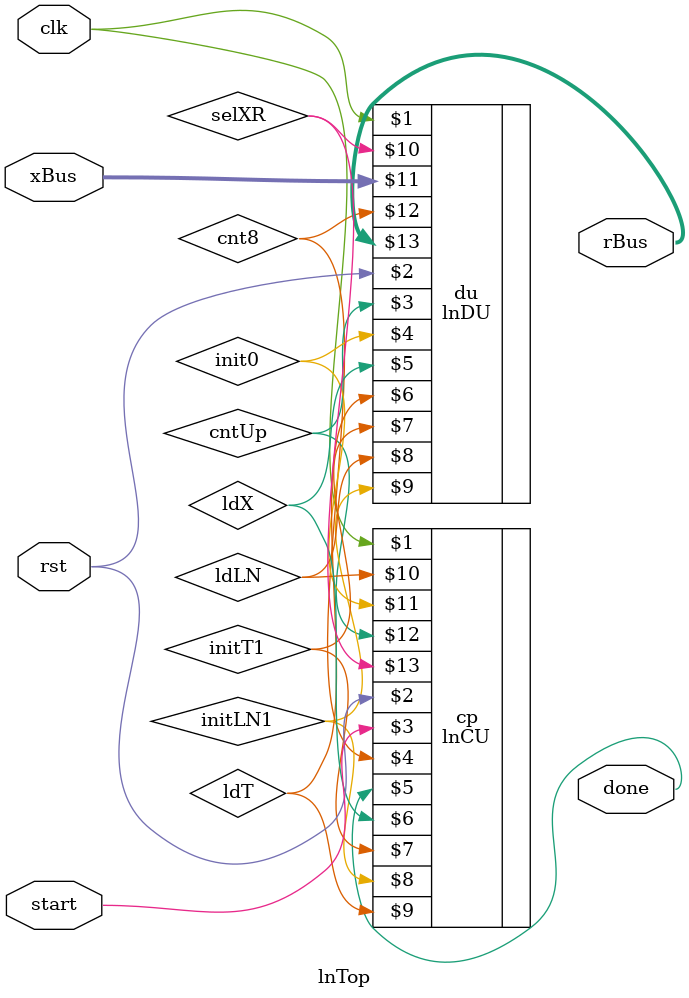
<source format=v>
module lnTop (input clk, rst, start, input [15:0] xBus, output [17:0] rBus, output done);
  // 1-bit wires 
  wire cntUp, init0, ldX, ldT, initT1, initLN1, selXR, cnt8;

  // datapath
  lnDU du(clk, rst, cntUp, init0, ldX, ldT, initT1, ldLN, initLN1, selXR, xBus, cnt8, rBus);

  // controller
  lnCU cp(clk, rst, start, cnt8, done, ldX, initT1, initLN1, ldT, ldLN, init0, cntUp, selXR);

endmodule

</source>
